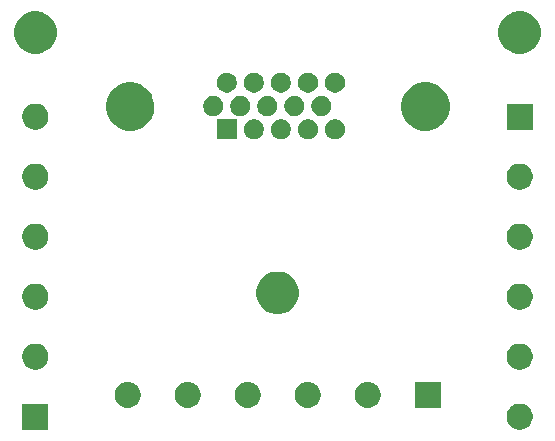
<source format=gbr>
%TF.GenerationSoftware,KiCad,Pcbnew,(5.0.2)-1*%
%TF.CreationDate,2019-01-23T22:57:56+01:00*%
%TF.ProjectId,VGA-Terminal,5647412d-5465-4726-9d69-6e616c2e6b69,rev?*%
%TF.SameCoordinates,Original*%
%TF.FileFunction,Soldermask,Top*%
%TF.FilePolarity,Negative*%
%FSLAX46Y46*%
G04 Gerber Fmt 4.6, Leading zero omitted, Abs format (unit mm)*
G04 Created by KiCad (PCBNEW (5.0.2)-1) date 23.01.2019 22:57:56*
%MOMM*%
%LPD*%
G01*
G04 APERTURE LIST*
%ADD10C,0.150000*%
G04 APERTURE END LIST*
D10*
G36*
X134214795Y-97820156D02*
X134321150Y-97841311D01*
X134391990Y-97870654D01*
X134521516Y-97924305D01*
X134521519Y-97924307D01*
X134678345Y-98029095D01*
X134701850Y-98044801D01*
X134855199Y-98198150D01*
X134975695Y-98378484D01*
X135058689Y-98578851D01*
X135101000Y-98791560D01*
X135101000Y-99008440D01*
X135058689Y-99221149D01*
X134975695Y-99421516D01*
X134855199Y-99601850D01*
X134701850Y-99755199D01*
X134521516Y-99875695D01*
X134391990Y-99929346D01*
X134321150Y-99958689D01*
X134214794Y-99979845D01*
X134108440Y-100001000D01*
X133891560Y-100001000D01*
X133785205Y-99979844D01*
X133678850Y-99958689D01*
X133608010Y-99929346D01*
X133478484Y-99875695D01*
X133298150Y-99755199D01*
X133144801Y-99601850D01*
X133024305Y-99421516D01*
X132941311Y-99221149D01*
X132899000Y-99008440D01*
X132899000Y-98791560D01*
X132941311Y-98578851D01*
X133024305Y-98378484D01*
X133144801Y-98198150D01*
X133298150Y-98044801D01*
X133321656Y-98029095D01*
X133478481Y-97924307D01*
X133478484Y-97924305D01*
X133608010Y-97870654D01*
X133678850Y-97841311D01*
X133785205Y-97820156D01*
X133891560Y-97799000D01*
X134108440Y-97799000D01*
X134214795Y-97820156D01*
X134214795Y-97820156D01*
G37*
G36*
X94101000Y-100001000D02*
X91899000Y-100001000D01*
X91899000Y-97799000D01*
X94101000Y-97799000D01*
X94101000Y-100001000D01*
X94101000Y-100001000D01*
G37*
G36*
X111187395Y-95973556D02*
X111293750Y-95994711D01*
X111364590Y-96024054D01*
X111494116Y-96077705D01*
X111674450Y-96198201D01*
X111827799Y-96351550D01*
X111948295Y-96531884D01*
X112031289Y-96732251D01*
X112073600Y-96944960D01*
X112073600Y-97161840D01*
X112031289Y-97374549D01*
X111948295Y-97574916D01*
X111827799Y-97755250D01*
X111674450Y-97908599D01*
X111674447Y-97908601D01*
X111674446Y-97908602D01*
X111494119Y-98029093D01*
X111494116Y-98029095D01*
X111364590Y-98082746D01*
X111293750Y-98112089D01*
X111187395Y-98133244D01*
X111081040Y-98154400D01*
X110864160Y-98154400D01*
X110757805Y-98133244D01*
X110651450Y-98112089D01*
X110580610Y-98082746D01*
X110451084Y-98029095D01*
X110451081Y-98029093D01*
X110270754Y-97908602D01*
X110270753Y-97908601D01*
X110270750Y-97908599D01*
X110117401Y-97755250D01*
X109996905Y-97574916D01*
X109913911Y-97374549D01*
X109871600Y-97161840D01*
X109871600Y-96944960D01*
X109913911Y-96732251D01*
X109996905Y-96531884D01*
X110117401Y-96351550D01*
X110270750Y-96198201D01*
X110451084Y-96077705D01*
X110580610Y-96024054D01*
X110651450Y-95994711D01*
X110757805Y-95973556D01*
X110864160Y-95952400D01*
X111081040Y-95952400D01*
X111187395Y-95973556D01*
X111187395Y-95973556D01*
G37*
G36*
X106107395Y-95973556D02*
X106213750Y-95994711D01*
X106284590Y-96024054D01*
X106414116Y-96077705D01*
X106594450Y-96198201D01*
X106747799Y-96351550D01*
X106868295Y-96531884D01*
X106951289Y-96732251D01*
X106993600Y-96944960D01*
X106993600Y-97161840D01*
X106951289Y-97374549D01*
X106868295Y-97574916D01*
X106747799Y-97755250D01*
X106594450Y-97908599D01*
X106594447Y-97908601D01*
X106594446Y-97908602D01*
X106414119Y-98029093D01*
X106414116Y-98029095D01*
X106284590Y-98082746D01*
X106213750Y-98112089D01*
X106107395Y-98133244D01*
X106001040Y-98154400D01*
X105784160Y-98154400D01*
X105677805Y-98133244D01*
X105571450Y-98112089D01*
X105500610Y-98082746D01*
X105371084Y-98029095D01*
X105371081Y-98029093D01*
X105190754Y-97908602D01*
X105190753Y-97908601D01*
X105190750Y-97908599D01*
X105037401Y-97755250D01*
X104916905Y-97574916D01*
X104833911Y-97374549D01*
X104791600Y-97161840D01*
X104791600Y-96944960D01*
X104833911Y-96732251D01*
X104916905Y-96531884D01*
X105037401Y-96351550D01*
X105190750Y-96198201D01*
X105371084Y-96077705D01*
X105500610Y-96024054D01*
X105571450Y-95994711D01*
X105677805Y-95973556D01*
X105784160Y-95952400D01*
X106001040Y-95952400D01*
X106107395Y-95973556D01*
X106107395Y-95973556D01*
G37*
G36*
X101027395Y-95973556D02*
X101133750Y-95994711D01*
X101204590Y-96024054D01*
X101334116Y-96077705D01*
X101514450Y-96198201D01*
X101667799Y-96351550D01*
X101788295Y-96531884D01*
X101871289Y-96732251D01*
X101913600Y-96944960D01*
X101913600Y-97161840D01*
X101871289Y-97374549D01*
X101788295Y-97574916D01*
X101667799Y-97755250D01*
X101514450Y-97908599D01*
X101514447Y-97908601D01*
X101514446Y-97908602D01*
X101334119Y-98029093D01*
X101334116Y-98029095D01*
X101204590Y-98082746D01*
X101133750Y-98112089D01*
X101027395Y-98133244D01*
X100921040Y-98154400D01*
X100704160Y-98154400D01*
X100597805Y-98133244D01*
X100491450Y-98112089D01*
X100420610Y-98082746D01*
X100291084Y-98029095D01*
X100291081Y-98029093D01*
X100110754Y-97908602D01*
X100110753Y-97908601D01*
X100110750Y-97908599D01*
X99957401Y-97755250D01*
X99836905Y-97574916D01*
X99753911Y-97374549D01*
X99711600Y-97161840D01*
X99711600Y-96944960D01*
X99753911Y-96732251D01*
X99836905Y-96531884D01*
X99957401Y-96351550D01*
X100110750Y-96198201D01*
X100291084Y-96077705D01*
X100420610Y-96024054D01*
X100491450Y-95994711D01*
X100597805Y-95973556D01*
X100704160Y-95952400D01*
X100921040Y-95952400D01*
X101027395Y-95973556D01*
X101027395Y-95973556D01*
G37*
G36*
X121347395Y-95973556D02*
X121453750Y-95994711D01*
X121524590Y-96024054D01*
X121654116Y-96077705D01*
X121834450Y-96198201D01*
X121987799Y-96351550D01*
X122108295Y-96531884D01*
X122191289Y-96732251D01*
X122233600Y-96944960D01*
X122233600Y-97161840D01*
X122191289Y-97374549D01*
X122108295Y-97574916D01*
X121987799Y-97755250D01*
X121834450Y-97908599D01*
X121834447Y-97908601D01*
X121834446Y-97908602D01*
X121654119Y-98029093D01*
X121654116Y-98029095D01*
X121524590Y-98082746D01*
X121453750Y-98112089D01*
X121347395Y-98133244D01*
X121241040Y-98154400D01*
X121024160Y-98154400D01*
X120917805Y-98133244D01*
X120811450Y-98112089D01*
X120740610Y-98082746D01*
X120611084Y-98029095D01*
X120611081Y-98029093D01*
X120430754Y-97908602D01*
X120430753Y-97908601D01*
X120430750Y-97908599D01*
X120277401Y-97755250D01*
X120156905Y-97574916D01*
X120073911Y-97374549D01*
X120031600Y-97161840D01*
X120031600Y-96944960D01*
X120073911Y-96732251D01*
X120156905Y-96531884D01*
X120277401Y-96351550D01*
X120430750Y-96198201D01*
X120611084Y-96077705D01*
X120740610Y-96024054D01*
X120811450Y-95994711D01*
X120917805Y-95973556D01*
X121024160Y-95952400D01*
X121241040Y-95952400D01*
X121347395Y-95973556D01*
X121347395Y-95973556D01*
G37*
G36*
X127313600Y-98154400D02*
X125111600Y-98154400D01*
X125111600Y-95952400D01*
X127313600Y-95952400D01*
X127313600Y-98154400D01*
X127313600Y-98154400D01*
G37*
G36*
X116267395Y-95973556D02*
X116373750Y-95994711D01*
X116444590Y-96024054D01*
X116574116Y-96077705D01*
X116754450Y-96198201D01*
X116907799Y-96351550D01*
X117028295Y-96531884D01*
X117111289Y-96732251D01*
X117153600Y-96944960D01*
X117153600Y-97161840D01*
X117111289Y-97374549D01*
X117028295Y-97574916D01*
X116907799Y-97755250D01*
X116754450Y-97908599D01*
X116754447Y-97908601D01*
X116754446Y-97908602D01*
X116574119Y-98029093D01*
X116574116Y-98029095D01*
X116444590Y-98082746D01*
X116373750Y-98112089D01*
X116267395Y-98133244D01*
X116161040Y-98154400D01*
X115944160Y-98154400D01*
X115837805Y-98133244D01*
X115731450Y-98112089D01*
X115660610Y-98082746D01*
X115531084Y-98029095D01*
X115531081Y-98029093D01*
X115350754Y-97908602D01*
X115350753Y-97908601D01*
X115350750Y-97908599D01*
X115197401Y-97755250D01*
X115076905Y-97574916D01*
X114993911Y-97374549D01*
X114951600Y-97161840D01*
X114951600Y-96944960D01*
X114993911Y-96732251D01*
X115076905Y-96531884D01*
X115197401Y-96351550D01*
X115350750Y-96198201D01*
X115531084Y-96077705D01*
X115660610Y-96024054D01*
X115731450Y-95994711D01*
X115837805Y-95973556D01*
X115944160Y-95952400D01*
X116161040Y-95952400D01*
X116267395Y-95973556D01*
X116267395Y-95973556D01*
G37*
G36*
X134214794Y-92740155D02*
X134321150Y-92761311D01*
X134391990Y-92790654D01*
X134521516Y-92844305D01*
X134701850Y-92964801D01*
X134855199Y-93118150D01*
X134975695Y-93298484D01*
X135058689Y-93498851D01*
X135101000Y-93711560D01*
X135101000Y-93928440D01*
X135058689Y-94141149D01*
X134975695Y-94341516D01*
X134855199Y-94521850D01*
X134701850Y-94675199D01*
X134521516Y-94795695D01*
X134391990Y-94849346D01*
X134321150Y-94878689D01*
X134214795Y-94899844D01*
X134108440Y-94921000D01*
X133891560Y-94921000D01*
X133785205Y-94899844D01*
X133678850Y-94878689D01*
X133608010Y-94849346D01*
X133478484Y-94795695D01*
X133298150Y-94675199D01*
X133144801Y-94521850D01*
X133024305Y-94341516D01*
X132941311Y-94141149D01*
X132899000Y-93928440D01*
X132899000Y-93711560D01*
X132941311Y-93498851D01*
X133024305Y-93298484D01*
X133144801Y-93118150D01*
X133298150Y-92964801D01*
X133478484Y-92844305D01*
X133608010Y-92790654D01*
X133678850Y-92761311D01*
X133785206Y-92740155D01*
X133891560Y-92719000D01*
X134108440Y-92719000D01*
X134214794Y-92740155D01*
X134214794Y-92740155D01*
G37*
G36*
X93214794Y-92740155D02*
X93321150Y-92761311D01*
X93391990Y-92790654D01*
X93521516Y-92844305D01*
X93701850Y-92964801D01*
X93855199Y-93118150D01*
X93975695Y-93298484D01*
X94058689Y-93498851D01*
X94101000Y-93711560D01*
X94101000Y-93928440D01*
X94058689Y-94141149D01*
X93975695Y-94341516D01*
X93855199Y-94521850D01*
X93701850Y-94675199D01*
X93521516Y-94795695D01*
X93391990Y-94849346D01*
X93321150Y-94878689D01*
X93214795Y-94899844D01*
X93108440Y-94921000D01*
X92891560Y-94921000D01*
X92785205Y-94899844D01*
X92678850Y-94878689D01*
X92608010Y-94849346D01*
X92478484Y-94795695D01*
X92298150Y-94675199D01*
X92144801Y-94521850D01*
X92024305Y-94341516D01*
X91941311Y-94141149D01*
X91899000Y-93928440D01*
X91899000Y-93711560D01*
X91941311Y-93498851D01*
X92024305Y-93298484D01*
X92144801Y-93118150D01*
X92298150Y-92964801D01*
X92478484Y-92844305D01*
X92608010Y-92790654D01*
X92678850Y-92761311D01*
X92785206Y-92740155D01*
X92891560Y-92719000D01*
X93108440Y-92719000D01*
X93214794Y-92740155D01*
X93214794Y-92740155D01*
G37*
G36*
X114025331Y-86698211D02*
X114353092Y-86833974D01*
X114648073Y-87031074D01*
X114898926Y-87281927D01*
X115096026Y-87576908D01*
X115231789Y-87904669D01*
X115301000Y-88252616D01*
X115301000Y-88607384D01*
X115231789Y-88955331D01*
X115096026Y-89283092D01*
X114898926Y-89578073D01*
X114648073Y-89828926D01*
X114353092Y-90026026D01*
X114025331Y-90161789D01*
X113677384Y-90231000D01*
X113322616Y-90231000D01*
X112974669Y-90161789D01*
X112646908Y-90026026D01*
X112351927Y-89828926D01*
X112101074Y-89578073D01*
X111903974Y-89283092D01*
X111768211Y-88955331D01*
X111699000Y-88607384D01*
X111699000Y-88252616D01*
X111768211Y-87904669D01*
X111903974Y-87576908D01*
X112101074Y-87281927D01*
X112351927Y-87031074D01*
X112646908Y-86833974D01*
X112974669Y-86698211D01*
X113322616Y-86629000D01*
X113677384Y-86629000D01*
X114025331Y-86698211D01*
X114025331Y-86698211D01*
G37*
G36*
X134214795Y-87660156D02*
X134321150Y-87681311D01*
X134391990Y-87710654D01*
X134521516Y-87764305D01*
X134701850Y-87884801D01*
X134855199Y-88038150D01*
X134975695Y-88218484D01*
X135058689Y-88418851D01*
X135101000Y-88631560D01*
X135101000Y-88848440D01*
X135058689Y-89061149D01*
X134975695Y-89261516D01*
X134855199Y-89441850D01*
X134701850Y-89595199D01*
X134521516Y-89715695D01*
X134391990Y-89769346D01*
X134321150Y-89798689D01*
X134214794Y-89819845D01*
X134108440Y-89841000D01*
X133891560Y-89841000D01*
X133785206Y-89819845D01*
X133678850Y-89798689D01*
X133608010Y-89769346D01*
X133478484Y-89715695D01*
X133298150Y-89595199D01*
X133144801Y-89441850D01*
X133024305Y-89261516D01*
X132941311Y-89061149D01*
X132899000Y-88848440D01*
X132899000Y-88631560D01*
X132941311Y-88418851D01*
X133024305Y-88218484D01*
X133144801Y-88038150D01*
X133298150Y-87884801D01*
X133478484Y-87764305D01*
X133608010Y-87710654D01*
X133678850Y-87681311D01*
X133785205Y-87660156D01*
X133891560Y-87639000D01*
X134108440Y-87639000D01*
X134214795Y-87660156D01*
X134214795Y-87660156D01*
G37*
G36*
X93214795Y-87660156D02*
X93321150Y-87681311D01*
X93391990Y-87710654D01*
X93521516Y-87764305D01*
X93701850Y-87884801D01*
X93855199Y-88038150D01*
X93975695Y-88218484D01*
X94058689Y-88418851D01*
X94101000Y-88631560D01*
X94101000Y-88848440D01*
X94058689Y-89061149D01*
X93975695Y-89261516D01*
X93855199Y-89441850D01*
X93701850Y-89595199D01*
X93521516Y-89715695D01*
X93391990Y-89769346D01*
X93321150Y-89798689D01*
X93214794Y-89819845D01*
X93108440Y-89841000D01*
X92891560Y-89841000D01*
X92785206Y-89819845D01*
X92678850Y-89798689D01*
X92608010Y-89769346D01*
X92478484Y-89715695D01*
X92298150Y-89595199D01*
X92144801Y-89441850D01*
X92024305Y-89261516D01*
X91941311Y-89061149D01*
X91899000Y-88848440D01*
X91899000Y-88631560D01*
X91941311Y-88418851D01*
X92024305Y-88218484D01*
X92144801Y-88038150D01*
X92298150Y-87884801D01*
X92478484Y-87764305D01*
X92608010Y-87710654D01*
X92678850Y-87681311D01*
X92785205Y-87660156D01*
X92891560Y-87639000D01*
X93108440Y-87639000D01*
X93214795Y-87660156D01*
X93214795Y-87660156D01*
G37*
G36*
X134214794Y-82580155D02*
X134321150Y-82601311D01*
X134391990Y-82630654D01*
X134521516Y-82684305D01*
X134701850Y-82804801D01*
X134855199Y-82958150D01*
X134975695Y-83138484D01*
X135058689Y-83338851D01*
X135101000Y-83551560D01*
X135101000Y-83768440D01*
X135058689Y-83981149D01*
X134975695Y-84181516D01*
X134855199Y-84361850D01*
X134701850Y-84515199D01*
X134521516Y-84635695D01*
X134391990Y-84689346D01*
X134321150Y-84718689D01*
X134214795Y-84739844D01*
X134108440Y-84761000D01*
X133891560Y-84761000D01*
X133785205Y-84739844D01*
X133678850Y-84718689D01*
X133608010Y-84689346D01*
X133478484Y-84635695D01*
X133298150Y-84515199D01*
X133144801Y-84361850D01*
X133024305Y-84181516D01*
X132941311Y-83981149D01*
X132899000Y-83768440D01*
X132899000Y-83551560D01*
X132941311Y-83338851D01*
X133024305Y-83138484D01*
X133144801Y-82958150D01*
X133298150Y-82804801D01*
X133478484Y-82684305D01*
X133608010Y-82630654D01*
X133678850Y-82601311D01*
X133785205Y-82580156D01*
X133891560Y-82559000D01*
X134108440Y-82559000D01*
X134214794Y-82580155D01*
X134214794Y-82580155D01*
G37*
G36*
X93214794Y-82580155D02*
X93321150Y-82601311D01*
X93391990Y-82630654D01*
X93521516Y-82684305D01*
X93701850Y-82804801D01*
X93855199Y-82958150D01*
X93975695Y-83138484D01*
X94058689Y-83338851D01*
X94101000Y-83551560D01*
X94101000Y-83768440D01*
X94058689Y-83981149D01*
X93975695Y-84181516D01*
X93855199Y-84361850D01*
X93701850Y-84515199D01*
X93521516Y-84635695D01*
X93391990Y-84689346D01*
X93321150Y-84718689D01*
X93214795Y-84739844D01*
X93108440Y-84761000D01*
X92891560Y-84761000D01*
X92785205Y-84739844D01*
X92678850Y-84718689D01*
X92608010Y-84689346D01*
X92478484Y-84635695D01*
X92298150Y-84515199D01*
X92144801Y-84361850D01*
X92024305Y-84181516D01*
X91941311Y-83981149D01*
X91899000Y-83768440D01*
X91899000Y-83551560D01*
X91941311Y-83338851D01*
X92024305Y-83138484D01*
X92144801Y-82958150D01*
X92298150Y-82804801D01*
X92478484Y-82684305D01*
X92608010Y-82630654D01*
X92678850Y-82601311D01*
X92785206Y-82580155D01*
X92891560Y-82559000D01*
X93108440Y-82559000D01*
X93214794Y-82580155D01*
X93214794Y-82580155D01*
G37*
G36*
X93214794Y-77500155D02*
X93321150Y-77521311D01*
X93391990Y-77550654D01*
X93521516Y-77604305D01*
X93701850Y-77724801D01*
X93855199Y-77878150D01*
X93975695Y-78058484D01*
X94058689Y-78258851D01*
X94101000Y-78471560D01*
X94101000Y-78688440D01*
X94058689Y-78901149D01*
X93975695Y-79101516D01*
X93855199Y-79281850D01*
X93701850Y-79435199D01*
X93521516Y-79555695D01*
X93391990Y-79609346D01*
X93321150Y-79638689D01*
X93214795Y-79659844D01*
X93108440Y-79681000D01*
X92891560Y-79681000D01*
X92785205Y-79659844D01*
X92678850Y-79638689D01*
X92608010Y-79609346D01*
X92478484Y-79555695D01*
X92298150Y-79435199D01*
X92144801Y-79281850D01*
X92024305Y-79101516D01*
X91941311Y-78901149D01*
X91899000Y-78688440D01*
X91899000Y-78471560D01*
X91941311Y-78258851D01*
X92024305Y-78058484D01*
X92144801Y-77878150D01*
X92298150Y-77724801D01*
X92478484Y-77604305D01*
X92608010Y-77550654D01*
X92678850Y-77521311D01*
X92785206Y-77500155D01*
X92891560Y-77479000D01*
X93108440Y-77479000D01*
X93214794Y-77500155D01*
X93214794Y-77500155D01*
G37*
G36*
X134214794Y-77500155D02*
X134321150Y-77521311D01*
X134391990Y-77550654D01*
X134521516Y-77604305D01*
X134701850Y-77724801D01*
X134855199Y-77878150D01*
X134975695Y-78058484D01*
X135058689Y-78258851D01*
X135101000Y-78471560D01*
X135101000Y-78688440D01*
X135058689Y-78901149D01*
X134975695Y-79101516D01*
X134855199Y-79281850D01*
X134701850Y-79435199D01*
X134521516Y-79555695D01*
X134391990Y-79609346D01*
X134321150Y-79638689D01*
X134214795Y-79659844D01*
X134108440Y-79681000D01*
X133891560Y-79681000D01*
X133785205Y-79659844D01*
X133678850Y-79638689D01*
X133608010Y-79609346D01*
X133478484Y-79555695D01*
X133298150Y-79435199D01*
X133144801Y-79281850D01*
X133024305Y-79101516D01*
X132941311Y-78901149D01*
X132899000Y-78688440D01*
X132899000Y-78471560D01*
X132941311Y-78258851D01*
X133024305Y-78058484D01*
X133144801Y-77878150D01*
X133298150Y-77724801D01*
X133478484Y-77604305D01*
X133608010Y-77550654D01*
X133678850Y-77521311D01*
X133785206Y-77500155D01*
X133891560Y-77479000D01*
X134108440Y-77479000D01*
X134214794Y-77500155D01*
X134214794Y-77500155D01*
G37*
G36*
X118608228Y-73761703D02*
X118763100Y-73825853D01*
X118902481Y-73918985D01*
X119021015Y-74037519D01*
X119114147Y-74176900D01*
X119178297Y-74331772D01*
X119211000Y-74496184D01*
X119211000Y-74663816D01*
X119178297Y-74828228D01*
X119114147Y-74983100D01*
X119021015Y-75122481D01*
X118902481Y-75241015D01*
X118763100Y-75334147D01*
X118608228Y-75398297D01*
X118443816Y-75431000D01*
X118276184Y-75431000D01*
X118111772Y-75398297D01*
X117956900Y-75334147D01*
X117817519Y-75241015D01*
X117698985Y-75122481D01*
X117605853Y-74983100D01*
X117541703Y-74828228D01*
X117509000Y-74663816D01*
X117509000Y-74496184D01*
X117541703Y-74331772D01*
X117605853Y-74176900D01*
X117698985Y-74037519D01*
X117817519Y-73918985D01*
X117956900Y-73825853D01*
X118111772Y-73761703D01*
X118276184Y-73729000D01*
X118443816Y-73729000D01*
X118608228Y-73761703D01*
X118608228Y-73761703D01*
G37*
G36*
X116318228Y-73761703D02*
X116473100Y-73825853D01*
X116612481Y-73918985D01*
X116731015Y-74037519D01*
X116824147Y-74176900D01*
X116888297Y-74331772D01*
X116921000Y-74496184D01*
X116921000Y-74663816D01*
X116888297Y-74828228D01*
X116824147Y-74983100D01*
X116731015Y-75122481D01*
X116612481Y-75241015D01*
X116473100Y-75334147D01*
X116318228Y-75398297D01*
X116153816Y-75431000D01*
X115986184Y-75431000D01*
X115821772Y-75398297D01*
X115666900Y-75334147D01*
X115527519Y-75241015D01*
X115408985Y-75122481D01*
X115315853Y-74983100D01*
X115251703Y-74828228D01*
X115219000Y-74663816D01*
X115219000Y-74496184D01*
X115251703Y-74331772D01*
X115315853Y-74176900D01*
X115408985Y-74037519D01*
X115527519Y-73918985D01*
X115666900Y-73825853D01*
X115821772Y-73761703D01*
X115986184Y-73729000D01*
X116153816Y-73729000D01*
X116318228Y-73761703D01*
X116318228Y-73761703D01*
G37*
G36*
X114028228Y-73761703D02*
X114183100Y-73825853D01*
X114322481Y-73918985D01*
X114441015Y-74037519D01*
X114534147Y-74176900D01*
X114598297Y-74331772D01*
X114631000Y-74496184D01*
X114631000Y-74663816D01*
X114598297Y-74828228D01*
X114534147Y-74983100D01*
X114441015Y-75122481D01*
X114322481Y-75241015D01*
X114183100Y-75334147D01*
X114028228Y-75398297D01*
X113863816Y-75431000D01*
X113696184Y-75431000D01*
X113531772Y-75398297D01*
X113376900Y-75334147D01*
X113237519Y-75241015D01*
X113118985Y-75122481D01*
X113025853Y-74983100D01*
X112961703Y-74828228D01*
X112929000Y-74663816D01*
X112929000Y-74496184D01*
X112961703Y-74331772D01*
X113025853Y-74176900D01*
X113118985Y-74037519D01*
X113237519Y-73918985D01*
X113376900Y-73825853D01*
X113531772Y-73761703D01*
X113696184Y-73729000D01*
X113863816Y-73729000D01*
X114028228Y-73761703D01*
X114028228Y-73761703D01*
G37*
G36*
X110051000Y-75431000D02*
X108349000Y-75431000D01*
X108349000Y-73729000D01*
X110051000Y-73729000D01*
X110051000Y-75431000D01*
X110051000Y-75431000D01*
G37*
G36*
X111738228Y-73761703D02*
X111893100Y-73825853D01*
X112032481Y-73918985D01*
X112151015Y-74037519D01*
X112244147Y-74176900D01*
X112308297Y-74331772D01*
X112341000Y-74496184D01*
X112341000Y-74663816D01*
X112308297Y-74828228D01*
X112244147Y-74983100D01*
X112151015Y-75122481D01*
X112032481Y-75241015D01*
X111893100Y-75334147D01*
X111738228Y-75398297D01*
X111573816Y-75431000D01*
X111406184Y-75431000D01*
X111241772Y-75398297D01*
X111086900Y-75334147D01*
X110947519Y-75241015D01*
X110828985Y-75122481D01*
X110735853Y-74983100D01*
X110671703Y-74828228D01*
X110639000Y-74663816D01*
X110639000Y-74496184D01*
X110671703Y-74331772D01*
X110735853Y-74176900D01*
X110828985Y-74037519D01*
X110947519Y-73918985D01*
X111086900Y-73825853D01*
X111241772Y-73761703D01*
X111406184Y-73729000D01*
X111573816Y-73729000D01*
X111738228Y-73761703D01*
X111738228Y-73761703D01*
G37*
G36*
X101613252Y-70679818D02*
X101613254Y-70679819D01*
X101613255Y-70679819D01*
X101986513Y-70834427D01*
X102317905Y-71055857D01*
X102322439Y-71058886D01*
X102608114Y-71344561D01*
X102608116Y-71344564D01*
X102832573Y-71680487D01*
X102901070Y-71845854D01*
X102987182Y-72053748D01*
X103066000Y-72449993D01*
X103066000Y-72854007D01*
X103001385Y-73178851D01*
X102987181Y-73250255D01*
X102832573Y-73623513D01*
X102700516Y-73821150D01*
X102608114Y-73959439D01*
X102322439Y-74245114D01*
X102322436Y-74245116D01*
X101986513Y-74469573D01*
X101613255Y-74624181D01*
X101613254Y-74624181D01*
X101613252Y-74624182D01*
X101217007Y-74703000D01*
X100812993Y-74703000D01*
X100416748Y-74624182D01*
X100416746Y-74624181D01*
X100416745Y-74624181D01*
X100043487Y-74469573D01*
X99707564Y-74245116D01*
X99707561Y-74245114D01*
X99421886Y-73959439D01*
X99329484Y-73821150D01*
X99197427Y-73623513D01*
X99042819Y-73250255D01*
X99028616Y-73178851D01*
X98964000Y-72854007D01*
X98964000Y-72449993D01*
X99042818Y-72053748D01*
X99128930Y-71845854D01*
X99197427Y-71680487D01*
X99421884Y-71344564D01*
X99421886Y-71344561D01*
X99707561Y-71058886D01*
X99712095Y-71055857D01*
X100043487Y-70834427D01*
X100416745Y-70679819D01*
X100416746Y-70679819D01*
X100416748Y-70679818D01*
X100812993Y-70601000D01*
X101217007Y-70601000D01*
X101613252Y-70679818D01*
X101613252Y-70679818D01*
G37*
G36*
X126613252Y-70679818D02*
X126613254Y-70679819D01*
X126613255Y-70679819D01*
X126986513Y-70834427D01*
X127317905Y-71055857D01*
X127322439Y-71058886D01*
X127608114Y-71344561D01*
X127608116Y-71344564D01*
X127832573Y-71680487D01*
X127901070Y-71845854D01*
X127987182Y-72053748D01*
X128066000Y-72449993D01*
X128066000Y-72854007D01*
X128001385Y-73178851D01*
X127987181Y-73250255D01*
X127832573Y-73623513D01*
X127700516Y-73821150D01*
X127608114Y-73959439D01*
X127322439Y-74245114D01*
X127322436Y-74245116D01*
X126986513Y-74469573D01*
X126613255Y-74624181D01*
X126613254Y-74624181D01*
X126613252Y-74624182D01*
X126217007Y-74703000D01*
X125812993Y-74703000D01*
X125416748Y-74624182D01*
X125416746Y-74624181D01*
X125416745Y-74624181D01*
X125043487Y-74469573D01*
X124707564Y-74245116D01*
X124707561Y-74245114D01*
X124421886Y-73959439D01*
X124329484Y-73821150D01*
X124197427Y-73623513D01*
X124042819Y-73250255D01*
X124028616Y-73178851D01*
X123964000Y-72854007D01*
X123964000Y-72449993D01*
X124042818Y-72053748D01*
X124128930Y-71845854D01*
X124197427Y-71680487D01*
X124421884Y-71344564D01*
X124421886Y-71344561D01*
X124707561Y-71058886D01*
X124712095Y-71055857D01*
X125043487Y-70834427D01*
X125416745Y-70679819D01*
X125416746Y-70679819D01*
X125416748Y-70679818D01*
X125812993Y-70601000D01*
X126217007Y-70601000D01*
X126613252Y-70679818D01*
X126613252Y-70679818D01*
G37*
G36*
X135101000Y-74601000D02*
X132899000Y-74601000D01*
X132899000Y-72399000D01*
X135101000Y-72399000D01*
X135101000Y-74601000D01*
X135101000Y-74601000D01*
G37*
G36*
X93214795Y-72420156D02*
X93321150Y-72441311D01*
X93391990Y-72470654D01*
X93521516Y-72524305D01*
X93701850Y-72644801D01*
X93855199Y-72798150D01*
X93975695Y-72978484D01*
X94058689Y-73178851D01*
X94101000Y-73391560D01*
X94101000Y-73608440D01*
X94079845Y-73714794D01*
X94058689Y-73821150D01*
X94029346Y-73891990D01*
X93975695Y-74021516D01*
X93855199Y-74201850D01*
X93701850Y-74355199D01*
X93521516Y-74475695D01*
X93391990Y-74529346D01*
X93321150Y-74558689D01*
X93214795Y-74579844D01*
X93108440Y-74601000D01*
X92891560Y-74601000D01*
X92785205Y-74579844D01*
X92678850Y-74558689D01*
X92608010Y-74529346D01*
X92478484Y-74475695D01*
X92298150Y-74355199D01*
X92144801Y-74201850D01*
X92024305Y-74021516D01*
X91970654Y-73891990D01*
X91941311Y-73821150D01*
X91920155Y-73714794D01*
X91899000Y-73608440D01*
X91899000Y-73391560D01*
X91941311Y-73178851D01*
X92024305Y-72978484D01*
X92144801Y-72798150D01*
X92298150Y-72644801D01*
X92478484Y-72524305D01*
X92608010Y-72470654D01*
X92678850Y-72441311D01*
X92785205Y-72420156D01*
X92891560Y-72399000D01*
X93108440Y-72399000D01*
X93214795Y-72420156D01*
X93214795Y-72420156D01*
G37*
G36*
X108303228Y-71781703D02*
X108458100Y-71845853D01*
X108597481Y-71938985D01*
X108716015Y-72057519D01*
X108809147Y-72196900D01*
X108873297Y-72351772D01*
X108906000Y-72516184D01*
X108906000Y-72683816D01*
X108873297Y-72848228D01*
X108809147Y-73003100D01*
X108716015Y-73142481D01*
X108597481Y-73261015D01*
X108458100Y-73354147D01*
X108303228Y-73418297D01*
X108138816Y-73451000D01*
X107971184Y-73451000D01*
X107806772Y-73418297D01*
X107651900Y-73354147D01*
X107512519Y-73261015D01*
X107393985Y-73142481D01*
X107300853Y-73003100D01*
X107236703Y-72848228D01*
X107204000Y-72683816D01*
X107204000Y-72516184D01*
X107236703Y-72351772D01*
X107300853Y-72196900D01*
X107393985Y-72057519D01*
X107512519Y-71938985D01*
X107651900Y-71845853D01*
X107806772Y-71781703D01*
X107971184Y-71749000D01*
X108138816Y-71749000D01*
X108303228Y-71781703D01*
X108303228Y-71781703D01*
G37*
G36*
X112883228Y-71781703D02*
X113038100Y-71845853D01*
X113177481Y-71938985D01*
X113296015Y-72057519D01*
X113389147Y-72196900D01*
X113453297Y-72351772D01*
X113486000Y-72516184D01*
X113486000Y-72683816D01*
X113453297Y-72848228D01*
X113389147Y-73003100D01*
X113296015Y-73142481D01*
X113177481Y-73261015D01*
X113038100Y-73354147D01*
X112883228Y-73418297D01*
X112718816Y-73451000D01*
X112551184Y-73451000D01*
X112386772Y-73418297D01*
X112231900Y-73354147D01*
X112092519Y-73261015D01*
X111973985Y-73142481D01*
X111880853Y-73003100D01*
X111816703Y-72848228D01*
X111784000Y-72683816D01*
X111784000Y-72516184D01*
X111816703Y-72351772D01*
X111880853Y-72196900D01*
X111973985Y-72057519D01*
X112092519Y-71938985D01*
X112231900Y-71845853D01*
X112386772Y-71781703D01*
X112551184Y-71749000D01*
X112718816Y-71749000D01*
X112883228Y-71781703D01*
X112883228Y-71781703D01*
G37*
G36*
X110593228Y-71781703D02*
X110748100Y-71845853D01*
X110887481Y-71938985D01*
X111006015Y-72057519D01*
X111099147Y-72196900D01*
X111163297Y-72351772D01*
X111196000Y-72516184D01*
X111196000Y-72683816D01*
X111163297Y-72848228D01*
X111099147Y-73003100D01*
X111006015Y-73142481D01*
X110887481Y-73261015D01*
X110748100Y-73354147D01*
X110593228Y-73418297D01*
X110428816Y-73451000D01*
X110261184Y-73451000D01*
X110096772Y-73418297D01*
X109941900Y-73354147D01*
X109802519Y-73261015D01*
X109683985Y-73142481D01*
X109590853Y-73003100D01*
X109526703Y-72848228D01*
X109494000Y-72683816D01*
X109494000Y-72516184D01*
X109526703Y-72351772D01*
X109590853Y-72196900D01*
X109683985Y-72057519D01*
X109802519Y-71938985D01*
X109941900Y-71845853D01*
X110096772Y-71781703D01*
X110261184Y-71749000D01*
X110428816Y-71749000D01*
X110593228Y-71781703D01*
X110593228Y-71781703D01*
G37*
G36*
X117463228Y-71781703D02*
X117618100Y-71845853D01*
X117757481Y-71938985D01*
X117876015Y-72057519D01*
X117969147Y-72196900D01*
X118033297Y-72351772D01*
X118066000Y-72516184D01*
X118066000Y-72683816D01*
X118033297Y-72848228D01*
X117969147Y-73003100D01*
X117876015Y-73142481D01*
X117757481Y-73261015D01*
X117618100Y-73354147D01*
X117463228Y-73418297D01*
X117298816Y-73451000D01*
X117131184Y-73451000D01*
X116966772Y-73418297D01*
X116811900Y-73354147D01*
X116672519Y-73261015D01*
X116553985Y-73142481D01*
X116460853Y-73003100D01*
X116396703Y-72848228D01*
X116364000Y-72683816D01*
X116364000Y-72516184D01*
X116396703Y-72351772D01*
X116460853Y-72196900D01*
X116553985Y-72057519D01*
X116672519Y-71938985D01*
X116811900Y-71845853D01*
X116966772Y-71781703D01*
X117131184Y-71749000D01*
X117298816Y-71749000D01*
X117463228Y-71781703D01*
X117463228Y-71781703D01*
G37*
G36*
X115173228Y-71781703D02*
X115328100Y-71845853D01*
X115467481Y-71938985D01*
X115586015Y-72057519D01*
X115679147Y-72196900D01*
X115743297Y-72351772D01*
X115776000Y-72516184D01*
X115776000Y-72683816D01*
X115743297Y-72848228D01*
X115679147Y-73003100D01*
X115586015Y-73142481D01*
X115467481Y-73261015D01*
X115328100Y-73354147D01*
X115173228Y-73418297D01*
X115008816Y-73451000D01*
X114841184Y-73451000D01*
X114676772Y-73418297D01*
X114521900Y-73354147D01*
X114382519Y-73261015D01*
X114263985Y-73142481D01*
X114170853Y-73003100D01*
X114106703Y-72848228D01*
X114074000Y-72683816D01*
X114074000Y-72516184D01*
X114106703Y-72351772D01*
X114170853Y-72196900D01*
X114263985Y-72057519D01*
X114382519Y-71938985D01*
X114521900Y-71845853D01*
X114676772Y-71781703D01*
X114841184Y-71749000D01*
X115008816Y-71749000D01*
X115173228Y-71781703D01*
X115173228Y-71781703D01*
G37*
G36*
X116318228Y-69801703D02*
X116473100Y-69865853D01*
X116612481Y-69958985D01*
X116731015Y-70077519D01*
X116824147Y-70216900D01*
X116888297Y-70371772D01*
X116921000Y-70536184D01*
X116921000Y-70703816D01*
X116888297Y-70868228D01*
X116824147Y-71023100D01*
X116731015Y-71162481D01*
X116612481Y-71281015D01*
X116473100Y-71374147D01*
X116318228Y-71438297D01*
X116153816Y-71471000D01*
X115986184Y-71471000D01*
X115821772Y-71438297D01*
X115666900Y-71374147D01*
X115527519Y-71281015D01*
X115408985Y-71162481D01*
X115315853Y-71023100D01*
X115251703Y-70868228D01*
X115219000Y-70703816D01*
X115219000Y-70536184D01*
X115251703Y-70371772D01*
X115315853Y-70216900D01*
X115408985Y-70077519D01*
X115527519Y-69958985D01*
X115666900Y-69865853D01*
X115821772Y-69801703D01*
X115986184Y-69769000D01*
X116153816Y-69769000D01*
X116318228Y-69801703D01*
X116318228Y-69801703D01*
G37*
G36*
X114028228Y-69801703D02*
X114183100Y-69865853D01*
X114322481Y-69958985D01*
X114441015Y-70077519D01*
X114534147Y-70216900D01*
X114598297Y-70371772D01*
X114631000Y-70536184D01*
X114631000Y-70703816D01*
X114598297Y-70868228D01*
X114534147Y-71023100D01*
X114441015Y-71162481D01*
X114322481Y-71281015D01*
X114183100Y-71374147D01*
X114028228Y-71438297D01*
X113863816Y-71471000D01*
X113696184Y-71471000D01*
X113531772Y-71438297D01*
X113376900Y-71374147D01*
X113237519Y-71281015D01*
X113118985Y-71162481D01*
X113025853Y-71023100D01*
X112961703Y-70868228D01*
X112929000Y-70703816D01*
X112929000Y-70536184D01*
X112961703Y-70371772D01*
X113025853Y-70216900D01*
X113118985Y-70077519D01*
X113237519Y-69958985D01*
X113376900Y-69865853D01*
X113531772Y-69801703D01*
X113696184Y-69769000D01*
X113863816Y-69769000D01*
X114028228Y-69801703D01*
X114028228Y-69801703D01*
G37*
G36*
X111738228Y-69801703D02*
X111893100Y-69865853D01*
X112032481Y-69958985D01*
X112151015Y-70077519D01*
X112244147Y-70216900D01*
X112308297Y-70371772D01*
X112341000Y-70536184D01*
X112341000Y-70703816D01*
X112308297Y-70868228D01*
X112244147Y-71023100D01*
X112151015Y-71162481D01*
X112032481Y-71281015D01*
X111893100Y-71374147D01*
X111738228Y-71438297D01*
X111573816Y-71471000D01*
X111406184Y-71471000D01*
X111241772Y-71438297D01*
X111086900Y-71374147D01*
X110947519Y-71281015D01*
X110828985Y-71162481D01*
X110735853Y-71023100D01*
X110671703Y-70868228D01*
X110639000Y-70703816D01*
X110639000Y-70536184D01*
X110671703Y-70371772D01*
X110735853Y-70216900D01*
X110828985Y-70077519D01*
X110947519Y-69958985D01*
X111086900Y-69865853D01*
X111241772Y-69801703D01*
X111406184Y-69769000D01*
X111573816Y-69769000D01*
X111738228Y-69801703D01*
X111738228Y-69801703D01*
G37*
G36*
X109448228Y-69801703D02*
X109603100Y-69865853D01*
X109742481Y-69958985D01*
X109861015Y-70077519D01*
X109954147Y-70216900D01*
X110018297Y-70371772D01*
X110051000Y-70536184D01*
X110051000Y-70703816D01*
X110018297Y-70868228D01*
X109954147Y-71023100D01*
X109861015Y-71162481D01*
X109742481Y-71281015D01*
X109603100Y-71374147D01*
X109448228Y-71438297D01*
X109283816Y-71471000D01*
X109116184Y-71471000D01*
X108951772Y-71438297D01*
X108796900Y-71374147D01*
X108657519Y-71281015D01*
X108538985Y-71162481D01*
X108445853Y-71023100D01*
X108381703Y-70868228D01*
X108349000Y-70703816D01*
X108349000Y-70536184D01*
X108381703Y-70371772D01*
X108445853Y-70216900D01*
X108538985Y-70077519D01*
X108657519Y-69958985D01*
X108796900Y-69865853D01*
X108951772Y-69801703D01*
X109116184Y-69769000D01*
X109283816Y-69769000D01*
X109448228Y-69801703D01*
X109448228Y-69801703D01*
G37*
G36*
X118608228Y-69801703D02*
X118763100Y-69865853D01*
X118902481Y-69958985D01*
X119021015Y-70077519D01*
X119114147Y-70216900D01*
X119178297Y-70371772D01*
X119211000Y-70536184D01*
X119211000Y-70703816D01*
X119178297Y-70868228D01*
X119114147Y-71023100D01*
X119021015Y-71162481D01*
X118902481Y-71281015D01*
X118763100Y-71374147D01*
X118608228Y-71438297D01*
X118443816Y-71471000D01*
X118276184Y-71471000D01*
X118111772Y-71438297D01*
X117956900Y-71374147D01*
X117817519Y-71281015D01*
X117698985Y-71162481D01*
X117605853Y-71023100D01*
X117541703Y-70868228D01*
X117509000Y-70703816D01*
X117509000Y-70536184D01*
X117541703Y-70371772D01*
X117605853Y-70216900D01*
X117698985Y-70077519D01*
X117817519Y-69958985D01*
X117956900Y-69865853D01*
X118111772Y-69801703D01*
X118276184Y-69769000D01*
X118443816Y-69769000D01*
X118608228Y-69801703D01*
X118608228Y-69801703D01*
G37*
G36*
X93525331Y-64648211D02*
X93853092Y-64783974D01*
X94148073Y-64981074D01*
X94398926Y-65231927D01*
X94596026Y-65526908D01*
X94731789Y-65854669D01*
X94801000Y-66202616D01*
X94801000Y-66557384D01*
X94731789Y-66905331D01*
X94596026Y-67233092D01*
X94398926Y-67528073D01*
X94148073Y-67778926D01*
X93853092Y-67976026D01*
X93525331Y-68111789D01*
X93177384Y-68181000D01*
X92822616Y-68181000D01*
X92474669Y-68111789D01*
X92146908Y-67976026D01*
X91851927Y-67778926D01*
X91601074Y-67528073D01*
X91403974Y-67233092D01*
X91268211Y-66905331D01*
X91199000Y-66557384D01*
X91199000Y-66202616D01*
X91268211Y-65854669D01*
X91403974Y-65526908D01*
X91601074Y-65231927D01*
X91851927Y-64981074D01*
X92146908Y-64783974D01*
X92474669Y-64648211D01*
X92822616Y-64579000D01*
X93177384Y-64579000D01*
X93525331Y-64648211D01*
X93525331Y-64648211D01*
G37*
G36*
X134525331Y-64648211D02*
X134853092Y-64783974D01*
X135148073Y-64981074D01*
X135398926Y-65231927D01*
X135596026Y-65526908D01*
X135731789Y-65854669D01*
X135801000Y-66202616D01*
X135801000Y-66557384D01*
X135731789Y-66905331D01*
X135596026Y-67233092D01*
X135398926Y-67528073D01*
X135148073Y-67778926D01*
X134853092Y-67976026D01*
X134525331Y-68111789D01*
X134177384Y-68181000D01*
X133822616Y-68181000D01*
X133474669Y-68111789D01*
X133146908Y-67976026D01*
X132851927Y-67778926D01*
X132601074Y-67528073D01*
X132403974Y-67233092D01*
X132268211Y-66905331D01*
X132199000Y-66557384D01*
X132199000Y-66202616D01*
X132268211Y-65854669D01*
X132403974Y-65526908D01*
X132601074Y-65231927D01*
X132851927Y-64981074D01*
X133146908Y-64783974D01*
X133474669Y-64648211D01*
X133822616Y-64579000D01*
X134177384Y-64579000D01*
X134525331Y-64648211D01*
X134525331Y-64648211D01*
G37*
M02*

</source>
